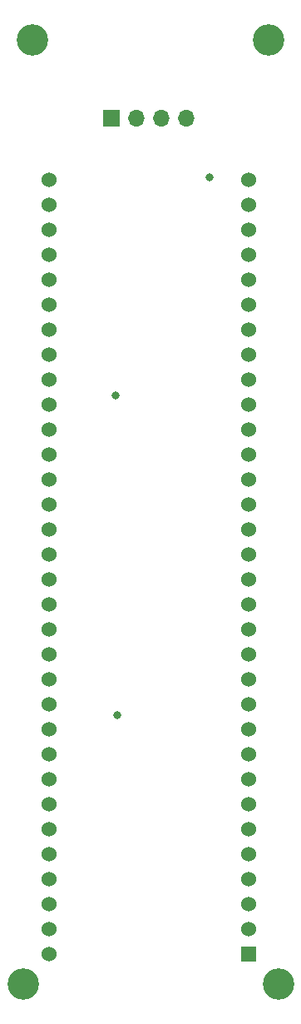
<source format=gts>
%TF.GenerationSoftware,KiCad,Pcbnew,5.1.9+dfsg1-1~bpo10+1*%
%TF.CreationDate,2021-06-25T21:39:12+02:00*%
%TF.ProjectId,flexPiStorm,666c6578-5069-4537-946f-726d2e6b6963,0.1*%
%TF.SameCoordinates,Original*%
%TF.FileFunction,Soldermask,Top*%
%TF.FilePolarity,Negative*%
%FSLAX46Y46*%
G04 Gerber Fmt 4.6, Leading zero omitted, Abs format (unit mm)*
G04 Created by KiCad (PCBNEW 5.1.9+dfsg1-1~bpo10+1) date 2021-06-25 21:39:12*
%MOMM*%
%LPD*%
G01*
G04 APERTURE LIST*
%ADD10R,1.700000X1.700000*%
%ADD11O,1.700000X1.700000*%
%ADD12R,1.524000X1.524000*%
%ADD13C,1.524000*%
%ADD14C,3.200000*%
%ADD15C,0.800000*%
G04 APERTURE END LIST*
D10*
%TO.C,J1*%
X137000000Y-58000000D03*
D11*
X139540000Y-58000000D03*
X142080000Y-58000000D03*
X144620000Y-58000000D03*
%TD*%
D12*
%TO.C,U1*%
X151000000Y-143000000D03*
D13*
X151000000Y-140460000D03*
X151000000Y-137920000D03*
X151000000Y-135380000D03*
X151000000Y-132840000D03*
X151000000Y-130300000D03*
X151000000Y-127760000D03*
X151000000Y-125220000D03*
X151000000Y-122680000D03*
X151000000Y-120140000D03*
X151000000Y-117600000D03*
X151000000Y-115060000D03*
X151000000Y-112520000D03*
X151000000Y-109980000D03*
X151000000Y-107440000D03*
X151000000Y-104900000D03*
X151000000Y-102360000D03*
X151000000Y-99820000D03*
X151000000Y-97280000D03*
X151000000Y-94740000D03*
X151000000Y-92200000D03*
X151000000Y-89660000D03*
X151000000Y-87120000D03*
X151000000Y-84580000D03*
X151000000Y-82040000D03*
X151000000Y-79500000D03*
X151000000Y-76960000D03*
X151000000Y-74420000D03*
X151000000Y-71880000D03*
X151000000Y-69340000D03*
X151000000Y-66800000D03*
X151000000Y-64260000D03*
X130680000Y-64260000D03*
X130680000Y-66800000D03*
X130680000Y-69340000D03*
X130680000Y-71880000D03*
X130680000Y-74420000D03*
X130680000Y-76960000D03*
X130680000Y-79500000D03*
X130680000Y-82040000D03*
X130680000Y-84580000D03*
X130680000Y-87120000D03*
X130680000Y-89660000D03*
X130680000Y-92200000D03*
X130680000Y-94740000D03*
X130680000Y-97280000D03*
X130680000Y-99820000D03*
X130680000Y-102360000D03*
X130680000Y-104900000D03*
X130680000Y-107440000D03*
X130680000Y-109980000D03*
X130680000Y-112520000D03*
X130680000Y-115060000D03*
X130680000Y-117600000D03*
X130680000Y-120140000D03*
X130680000Y-122680000D03*
X130680000Y-125220000D03*
X130680000Y-127760000D03*
X130680000Y-130300000D03*
X130680000Y-132840000D03*
X130680000Y-135380000D03*
X130680000Y-137920000D03*
X130680000Y-140460000D03*
X130680000Y-143000000D03*
%TD*%
D14*
%TO.C,H1*%
X129000000Y-50000000D03*
%TD*%
%TO.C,H2*%
X153000000Y-50000000D03*
%TD*%
%TO.C,H3*%
X154000000Y-146000000D03*
%TD*%
%TO.C,H4*%
X128000000Y-146000000D03*
%TD*%
D15*
X147000000Y-64000000D03*
X137567100Y-118654000D03*
X137416100Y-86166900D03*
M02*

</source>
